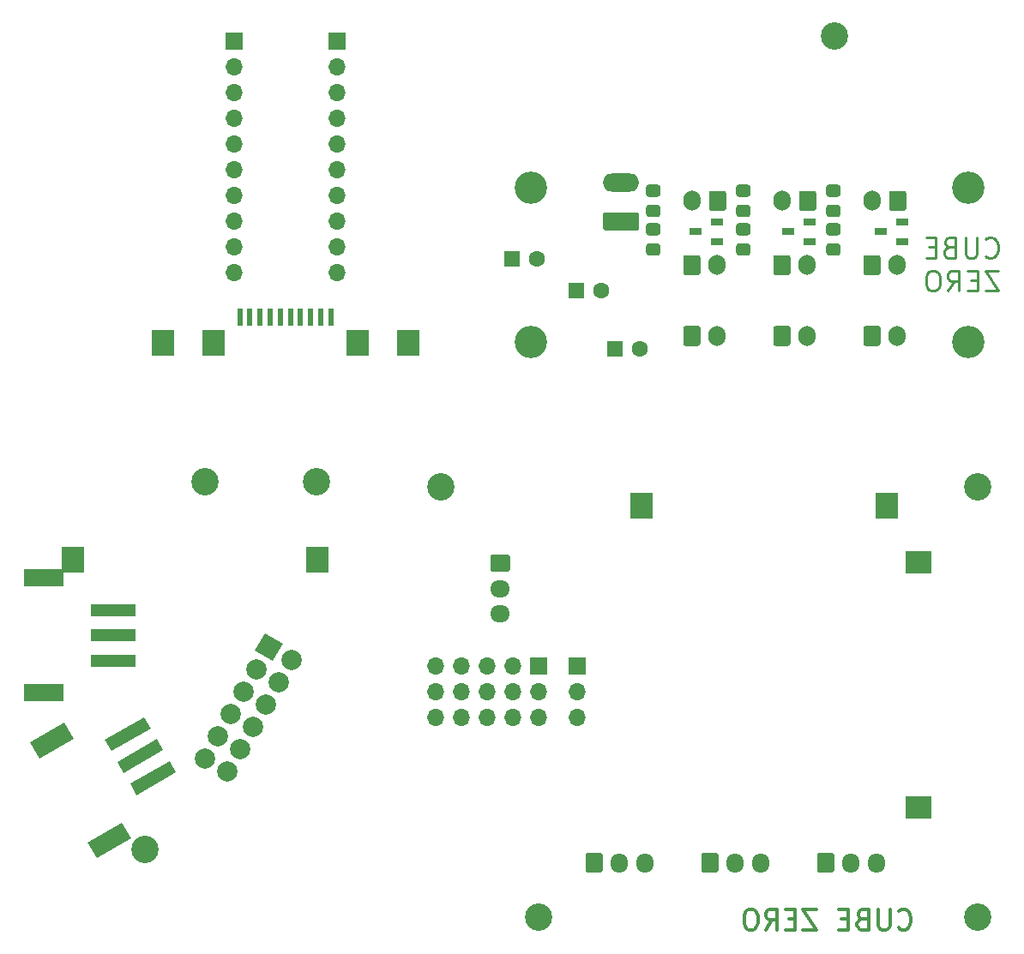
<source format=gbr>
%TF.GenerationSoftware,KiCad,Pcbnew,(5.1.9)-1*%
%TF.CreationDate,2021-02-18T14:59:33+00:00*%
%TF.ProjectId,c-boards_assy_final,632d626f-6172-4647-935f-617373795f66,rev?*%
%TF.SameCoordinates,Original*%
%TF.FileFunction,Soldermask,Bot*%
%TF.FilePolarity,Negative*%
%FSLAX46Y46*%
G04 Gerber Fmt 4.6, Leading zero omitted, Abs format (unit mm)*
G04 Created by KiCad (PCBNEW (5.1.9)-1) date 2021-02-18 14:59:33*
%MOMM*%
%LPD*%
G01*
G04 APERTURE LIST*
%ADD10C,0.300000*%
%ADD11C,0.250000*%
%ADD12R,2.200000X2.500000*%
%ADD13R,2.500000X2.200000*%
%ADD14C,0.100000*%
%ADD15R,4.500000X1.300000*%
%ADD16R,3.900000X1.800000*%
%ADD17C,2.000000*%
%ADD18C,2.700000*%
%ADD19O,1.950000X1.700000*%
%ADD20O,1.700000X1.950000*%
%ADD21R,1.700000X1.700000*%
%ADD22O,1.700000X1.700000*%
%ADD23O,3.600000X1.800000*%
%ADD24C,3.200000*%
%ADD25O,1.700000X2.000000*%
%ADD26C,1.600000*%
%ADD27R,1.600000X1.600000*%
%ADD28R,1.200000X0.650000*%
%ADD29R,0.600000X1.800000*%
G04 APERTURE END LIST*
D10*
X175353952Y-113080285D02*
X175449190Y-113175523D01*
X175734904Y-113270761D01*
X175925380Y-113270761D01*
X176211095Y-113175523D01*
X176401571Y-112985047D01*
X176496809Y-112794571D01*
X176592047Y-112413619D01*
X176592047Y-112127904D01*
X176496809Y-111746952D01*
X176401571Y-111556476D01*
X176211095Y-111366000D01*
X175925380Y-111270761D01*
X175734904Y-111270761D01*
X175449190Y-111366000D01*
X175353952Y-111461238D01*
X174496809Y-111270761D02*
X174496809Y-112889809D01*
X174401571Y-113080285D01*
X174306333Y-113175523D01*
X174115857Y-113270761D01*
X173734904Y-113270761D01*
X173544428Y-113175523D01*
X173449190Y-113080285D01*
X173353952Y-112889809D01*
X173353952Y-111270761D01*
X171734904Y-112223142D02*
X171449190Y-112318380D01*
X171353952Y-112413619D01*
X171258714Y-112604095D01*
X171258714Y-112889809D01*
X171353952Y-113080285D01*
X171449190Y-113175523D01*
X171639666Y-113270761D01*
X172401571Y-113270761D01*
X172401571Y-111270761D01*
X171734904Y-111270761D01*
X171544428Y-111366000D01*
X171449190Y-111461238D01*
X171353952Y-111651714D01*
X171353952Y-111842190D01*
X171449190Y-112032666D01*
X171544428Y-112127904D01*
X171734904Y-112223142D01*
X172401571Y-112223142D01*
X170401571Y-112223142D02*
X169734904Y-112223142D01*
X169449190Y-113270761D02*
X170401571Y-113270761D01*
X170401571Y-111270761D01*
X169449190Y-111270761D01*
X167258714Y-111270761D02*
X165925380Y-111270761D01*
X167258714Y-113270761D01*
X165925380Y-113270761D01*
X165163476Y-112223142D02*
X164496809Y-112223142D01*
X164211095Y-113270761D02*
X165163476Y-113270761D01*
X165163476Y-111270761D01*
X164211095Y-111270761D01*
X162211095Y-113270761D02*
X162877761Y-112318380D01*
X163353952Y-113270761D02*
X163353952Y-111270761D01*
X162592047Y-111270761D01*
X162401571Y-111366000D01*
X162306333Y-111461238D01*
X162211095Y-111651714D01*
X162211095Y-111937428D01*
X162306333Y-112127904D01*
X162401571Y-112223142D01*
X162592047Y-112318380D01*
X163353952Y-112318380D01*
X160973000Y-111270761D02*
X160592047Y-111270761D01*
X160401571Y-111366000D01*
X160211095Y-111556476D01*
X160115857Y-111937428D01*
X160115857Y-112604095D01*
X160211095Y-112985047D01*
X160401571Y-113175523D01*
X160592047Y-113270761D01*
X160973000Y-113270761D01*
X161163476Y-113175523D01*
X161353952Y-112985047D01*
X161449190Y-112604095D01*
X161449190Y-111937428D01*
X161353952Y-111556476D01*
X161163476Y-111366000D01*
X160973000Y-111270761D01*
D11*
X183943333Y-46714285D02*
X184038571Y-46809523D01*
X184324285Y-46904761D01*
X184514761Y-46904761D01*
X184800476Y-46809523D01*
X184990952Y-46619047D01*
X185086190Y-46428571D01*
X185181428Y-46047619D01*
X185181428Y-45761904D01*
X185086190Y-45380952D01*
X184990952Y-45190476D01*
X184800476Y-45000000D01*
X184514761Y-44904761D01*
X184324285Y-44904761D01*
X184038571Y-45000000D01*
X183943333Y-45095238D01*
X183086190Y-44904761D02*
X183086190Y-46523809D01*
X182990952Y-46714285D01*
X182895714Y-46809523D01*
X182705238Y-46904761D01*
X182324285Y-46904761D01*
X182133809Y-46809523D01*
X182038571Y-46714285D01*
X181943333Y-46523809D01*
X181943333Y-44904761D01*
X180324285Y-45857142D02*
X180038571Y-45952380D01*
X179943333Y-46047619D01*
X179848095Y-46238095D01*
X179848095Y-46523809D01*
X179943333Y-46714285D01*
X180038571Y-46809523D01*
X180229047Y-46904761D01*
X180990952Y-46904761D01*
X180990952Y-44904761D01*
X180324285Y-44904761D01*
X180133809Y-45000000D01*
X180038571Y-45095238D01*
X179943333Y-45285714D01*
X179943333Y-45476190D01*
X180038571Y-45666666D01*
X180133809Y-45761904D01*
X180324285Y-45857142D01*
X180990952Y-45857142D01*
X178990952Y-45857142D02*
X178324285Y-45857142D01*
X178038571Y-46904761D02*
X178990952Y-46904761D01*
X178990952Y-44904761D01*
X178038571Y-44904761D01*
X185229047Y-48154761D02*
X183895714Y-48154761D01*
X185229047Y-50154761D01*
X183895714Y-50154761D01*
X183133809Y-49107142D02*
X182467142Y-49107142D01*
X182181428Y-50154761D02*
X183133809Y-50154761D01*
X183133809Y-48154761D01*
X182181428Y-48154761D01*
X180181428Y-50154761D02*
X180848095Y-49202380D01*
X181324285Y-50154761D02*
X181324285Y-48154761D01*
X180562380Y-48154761D01*
X180371904Y-48250000D01*
X180276666Y-48345238D01*
X180181428Y-48535714D01*
X180181428Y-48821428D01*
X180276666Y-49011904D01*
X180371904Y-49107142D01*
X180562380Y-49202380D01*
X181324285Y-49202380D01*
X178943333Y-48154761D02*
X178562380Y-48154761D01*
X178371904Y-48250000D01*
X178181428Y-48440476D01*
X178086190Y-48821428D01*
X178086190Y-49488095D01*
X178181428Y-49869047D01*
X178371904Y-50059523D01*
X178562380Y-50154761D01*
X178943333Y-50154761D01*
X179133809Y-50059523D01*
X179324285Y-49869047D01*
X179419523Y-49488095D01*
X179419523Y-48821428D01*
X179324285Y-48440476D01*
X179133809Y-48250000D01*
X178943333Y-48154761D01*
D12*
%TO.C,J1*%
X174155000Y-71408500D03*
X149955000Y-71408500D03*
%TD*%
%TO.C,J11*%
X117997000Y-76693136D03*
X93797000Y-76693136D03*
%TD*%
D13*
%TO.C,J0*%
X177295000Y-101161500D03*
X177295000Y-76961500D03*
%TD*%
D14*
%TO.C,J13*%
G36*
X104014053Y-97718567D02*
G01*
X100116939Y-99968567D01*
X99466939Y-98842733D01*
X103364053Y-96592733D01*
X104014053Y-97718567D01*
G37*
G36*
X102764053Y-95553503D02*
G01*
X98866939Y-97803503D01*
X98216939Y-96677669D01*
X102114053Y-94427669D01*
X102764053Y-95553503D01*
G37*
G36*
X101514053Y-93388439D02*
G01*
X97616939Y-95638439D01*
X96966939Y-94512605D01*
X100864053Y-92262605D01*
X101514053Y-93388439D01*
G37*
G36*
X99590273Y-104256354D02*
G01*
X96212773Y-106206354D01*
X95312773Y-104647508D01*
X98690273Y-102697508D01*
X99590273Y-104256354D01*
G37*
G36*
X93890273Y-94383664D02*
G01*
X90512773Y-96333664D01*
X89612773Y-94774818D01*
X92990273Y-92824818D01*
X93890273Y-94383664D01*
G37*
%TD*%
D15*
%TO.C,J12*%
X97796999Y-86683136D03*
X97796999Y-84183136D03*
X97796999Y-81683136D03*
D16*
X90996999Y-89883136D03*
X90996999Y-78483136D03*
%TD*%
D17*
%TO.C,J14*%
X109039058Y-97629771D03*
X110309058Y-95430066D03*
X111579058Y-93230362D03*
X112849058Y-91030657D03*
X114119058Y-88830953D03*
X106839353Y-96359771D03*
X108109353Y-94160066D03*
X109379353Y-91960362D03*
X110649353Y-89760657D03*
X111919353Y-87560953D03*
D14*
G36*
X112823328Y-83995223D02*
G01*
X114555378Y-84995223D01*
X113555378Y-86727273D01*
X111823328Y-85727273D01*
X112823328Y-83995223D01*
G37*
D17*
X115389058Y-86631248D03*
%TD*%
D18*
%TO.C,H8*%
X168978000Y-25023000D03*
%TD*%
D19*
%TO.C,J2*%
X136020000Y-82060000D03*
X136020000Y-79560000D03*
G36*
G01*
X135295000Y-76210000D02*
X136745000Y-76210000D01*
G75*
G02*
X136995000Y-76460000I0J-250000D01*
G01*
X136995000Y-77660000D01*
G75*
G02*
X136745000Y-77910000I-250000J0D01*
G01*
X135295000Y-77910000D01*
G75*
G02*
X135045000Y-77660000I0J250000D01*
G01*
X135045000Y-76460000D01*
G75*
G02*
X135295000Y-76210000I250000J0D01*
G01*
G37*
%TD*%
D20*
%TO.C,J6*%
X173151000Y-106651000D03*
X170651000Y-106651000D03*
G36*
G01*
X167301000Y-107376000D02*
X167301000Y-105926000D01*
G75*
G02*
X167551000Y-105676000I250000J0D01*
G01*
X168751000Y-105676000D01*
G75*
G02*
X169001000Y-105926000I0J-250000D01*
G01*
X169001000Y-107376000D01*
G75*
G02*
X168751000Y-107626000I-250000J0D01*
G01*
X167551000Y-107626000D01*
G75*
G02*
X167301000Y-107376000I0J250000D01*
G01*
G37*
%TD*%
%TO.C,J5*%
X161721000Y-106651000D03*
X159221000Y-106651000D03*
G36*
G01*
X155871000Y-107376000D02*
X155871000Y-105926000D01*
G75*
G02*
X156121000Y-105676000I250000J0D01*
G01*
X157321000Y-105676000D01*
G75*
G02*
X157571000Y-105926000I0J-250000D01*
G01*
X157571000Y-107376000D01*
G75*
G02*
X157321000Y-107626000I-250000J0D01*
G01*
X156121000Y-107626000D01*
G75*
G02*
X155871000Y-107376000I0J250000D01*
G01*
G37*
%TD*%
%TO.C,J4*%
X150291000Y-106651000D03*
X147791000Y-106651000D03*
G36*
G01*
X144441000Y-107376000D02*
X144441000Y-105926000D01*
G75*
G02*
X144691000Y-105676000I250000J0D01*
G01*
X145891000Y-105676000D01*
G75*
G02*
X146141000Y-105926000I0J-250000D01*
G01*
X146141000Y-107376000D01*
G75*
G02*
X145891000Y-107626000I-250000J0D01*
G01*
X144691000Y-107626000D01*
G75*
G02*
X144441000Y-107376000I0J250000D01*
G01*
G37*
%TD*%
D18*
%TO.C,H1*%
X100921400Y-105295612D03*
%TD*%
%TO.C,H3*%
X106897000Y-69033136D03*
%TD*%
%TO.C,H2*%
X117897000Y-69033136D03*
%TD*%
%TO.C,H5*%
X139830000Y-111985000D03*
%TD*%
%TO.C,H4*%
X130186002Y-69536000D03*
%TD*%
D21*
%TO.C,JP0*%
X143640000Y-87220000D03*
D22*
X143640000Y-89760000D03*
X143640000Y-92300000D03*
%TD*%
D18*
%TO.C,H7*%
X183186000Y-111985000D03*
%TD*%
D22*
%TO.C,PCB0*%
X134750000Y-92300000D03*
X132210000Y-92300000D03*
X137290000Y-92300000D03*
X139830000Y-92300000D03*
X129670000Y-92300000D03*
X129670000Y-89760000D03*
X132210000Y-89760000D03*
X134750000Y-89760000D03*
X137290000Y-89760000D03*
X139830000Y-89760000D03*
X129670000Y-87220000D03*
X132210000Y-87220000D03*
X134750000Y-87220000D03*
X137290000Y-87220000D03*
D21*
X139830000Y-87220000D03*
%TD*%
D18*
%TO.C,H6*%
X183186000Y-69536000D03*
%TD*%
D23*
%TO.C,J1*%
X147955000Y-39497000D03*
G36*
G01*
X149505000Y-44207000D02*
X146405000Y-44207000D01*
G75*
G02*
X146155000Y-43957000I0J250000D01*
G01*
X146155000Y-42657000D01*
G75*
G02*
X146405000Y-42407000I250000J0D01*
G01*
X149505000Y-42407000D01*
G75*
G02*
X149755000Y-42657000I0J-250000D01*
G01*
X149755000Y-43957000D01*
G75*
G02*
X149505000Y-44207000I-250000J0D01*
G01*
G37*
%TD*%
D24*
%TO.C,H4*%
X182245000Y-55245000D03*
%TD*%
%TO.C,H3*%
X182245000Y-40005000D03*
%TD*%
%TO.C,H2*%
X139065000Y-55245000D03*
%TD*%
%TO.C,H1*%
X139065000Y-40005000D03*
%TD*%
%TO.C,R3*%
G36*
G01*
X159569999Y-39675000D02*
X160470001Y-39675000D01*
G75*
G02*
X160720000Y-39924999I0J-249999D01*
G01*
X160720000Y-40625001D01*
G75*
G02*
X160470001Y-40875000I-249999J0D01*
G01*
X159569999Y-40875000D01*
G75*
G02*
X159320000Y-40625001I0J249999D01*
G01*
X159320000Y-39924999D01*
G75*
G02*
X159569999Y-39675000I249999J0D01*
G01*
G37*
G36*
G01*
X159569999Y-41675000D02*
X160470001Y-41675000D01*
G75*
G02*
X160720000Y-41924999I0J-249999D01*
G01*
X160720000Y-42625001D01*
G75*
G02*
X160470001Y-42875000I-249999J0D01*
G01*
X159569999Y-42875000D01*
G75*
G02*
X159320000Y-42625001I0J249999D01*
G01*
X159320000Y-41924999D01*
G75*
G02*
X159569999Y-41675000I249999J0D01*
G01*
G37*
%TD*%
D25*
%TO.C,J10*%
X175220000Y-47625000D03*
G36*
G01*
X171870000Y-48375000D02*
X171870000Y-46875000D01*
G75*
G02*
X172120000Y-46625000I250000J0D01*
G01*
X173320000Y-46625000D01*
G75*
G02*
X173570000Y-46875000I0J-250000D01*
G01*
X173570000Y-48375000D01*
G75*
G02*
X173320000Y-48625000I-250000J0D01*
G01*
X172120000Y-48625000D01*
G75*
G02*
X171870000Y-48375000I0J250000D01*
G01*
G37*
%TD*%
%TO.C,J7*%
X166330000Y-47625000D03*
G36*
G01*
X162980000Y-48375000D02*
X162980000Y-46875000D01*
G75*
G02*
X163230000Y-46625000I250000J0D01*
G01*
X164430000Y-46625000D01*
G75*
G02*
X164680000Y-46875000I0J-250000D01*
G01*
X164680000Y-48375000D01*
G75*
G02*
X164430000Y-48625000I-250000J0D01*
G01*
X163230000Y-48625000D01*
G75*
G02*
X162980000Y-48375000I0J250000D01*
G01*
G37*
%TD*%
%TO.C,J4*%
X157440000Y-54610000D03*
G36*
G01*
X154090000Y-55360000D02*
X154090000Y-53860000D01*
G75*
G02*
X154340000Y-53610000I250000J0D01*
G01*
X155540000Y-53610000D01*
G75*
G02*
X155790000Y-53860000I0J-250000D01*
G01*
X155790000Y-55360000D01*
G75*
G02*
X155540000Y-55610000I-250000J0D01*
G01*
X154340000Y-55610000D01*
G75*
G02*
X154090000Y-55360000I0J250000D01*
G01*
G37*
%TD*%
D26*
%TO.C,C3*%
X149820000Y-55880000D03*
D27*
X147320000Y-55880000D03*
%TD*%
D26*
%TO.C,C2*%
X146010000Y-50165000D03*
D27*
X143510000Y-50165000D03*
%TD*%
D26*
%TO.C,C1*%
X139660000Y-46990000D03*
D27*
X137160000Y-46990000D03*
%TD*%
%TO.C,R6*%
G36*
G01*
X168459999Y-43485000D02*
X169360001Y-43485000D01*
G75*
G02*
X169610000Y-43734999I0J-249999D01*
G01*
X169610000Y-44435001D01*
G75*
G02*
X169360001Y-44685000I-249999J0D01*
G01*
X168459999Y-44685000D01*
G75*
G02*
X168210000Y-44435001I0J249999D01*
G01*
X168210000Y-43734999D01*
G75*
G02*
X168459999Y-43485000I249999J0D01*
G01*
G37*
G36*
G01*
X168459999Y-45485000D02*
X169360001Y-45485000D01*
G75*
G02*
X169610000Y-45734999I0J-249999D01*
G01*
X169610000Y-46435001D01*
G75*
G02*
X169360001Y-46685000I-249999J0D01*
G01*
X168459999Y-46685000D01*
G75*
G02*
X168210000Y-46435001I0J249999D01*
G01*
X168210000Y-45734999D01*
G75*
G02*
X168459999Y-45485000I249999J0D01*
G01*
G37*
%TD*%
%TO.C,R5*%
G36*
G01*
X168459999Y-39675000D02*
X169360001Y-39675000D01*
G75*
G02*
X169610000Y-39924999I0J-249999D01*
G01*
X169610000Y-40625001D01*
G75*
G02*
X169360001Y-40875000I-249999J0D01*
G01*
X168459999Y-40875000D01*
G75*
G02*
X168210000Y-40625001I0J249999D01*
G01*
X168210000Y-39924999D01*
G75*
G02*
X168459999Y-39675000I249999J0D01*
G01*
G37*
G36*
G01*
X168459999Y-41675000D02*
X169360001Y-41675000D01*
G75*
G02*
X169610000Y-41924999I0J-249999D01*
G01*
X169610000Y-42625001D01*
G75*
G02*
X169360001Y-42875000I-249999J0D01*
G01*
X168459999Y-42875000D01*
G75*
G02*
X168210000Y-42625001I0J249999D01*
G01*
X168210000Y-41924999D01*
G75*
G02*
X168459999Y-41675000I249999J0D01*
G01*
G37*
%TD*%
%TO.C,R4*%
G36*
G01*
X159569999Y-43485000D02*
X160470001Y-43485000D01*
G75*
G02*
X160720000Y-43734999I0J-249999D01*
G01*
X160720000Y-44435001D01*
G75*
G02*
X160470001Y-44685000I-249999J0D01*
G01*
X159569999Y-44685000D01*
G75*
G02*
X159320000Y-44435001I0J249999D01*
G01*
X159320000Y-43734999D01*
G75*
G02*
X159569999Y-43485000I249999J0D01*
G01*
G37*
G36*
G01*
X159569999Y-45485000D02*
X160470001Y-45485000D01*
G75*
G02*
X160720000Y-45734999I0J-249999D01*
G01*
X160720000Y-46435001D01*
G75*
G02*
X160470001Y-46685000I-249999J0D01*
G01*
X159569999Y-46685000D01*
G75*
G02*
X159320000Y-46435001I0J249999D01*
G01*
X159320000Y-45734999D01*
G75*
G02*
X159569999Y-45485000I249999J0D01*
G01*
G37*
%TD*%
%TO.C,R2*%
G36*
G01*
X150679999Y-43485000D02*
X151580001Y-43485000D01*
G75*
G02*
X151830000Y-43734999I0J-249999D01*
G01*
X151830000Y-44435001D01*
G75*
G02*
X151580001Y-44685000I-249999J0D01*
G01*
X150679999Y-44685000D01*
G75*
G02*
X150430000Y-44435001I0J249999D01*
G01*
X150430000Y-43734999D01*
G75*
G02*
X150679999Y-43485000I249999J0D01*
G01*
G37*
G36*
G01*
X150679999Y-45485000D02*
X151580001Y-45485000D01*
G75*
G02*
X151830000Y-45734999I0J-249999D01*
G01*
X151830000Y-46435001D01*
G75*
G02*
X151580001Y-46685000I-249999J0D01*
G01*
X150679999Y-46685000D01*
G75*
G02*
X150430000Y-46435001I0J249999D01*
G01*
X150430000Y-45734999D01*
G75*
G02*
X150679999Y-45485000I249999J0D01*
G01*
G37*
%TD*%
%TO.C,R1*%
G36*
G01*
X150679999Y-39675000D02*
X151580001Y-39675000D01*
G75*
G02*
X151830000Y-39924999I0J-249999D01*
G01*
X151830000Y-40625001D01*
G75*
G02*
X151580001Y-40875000I-249999J0D01*
G01*
X150679999Y-40875000D01*
G75*
G02*
X150430000Y-40625001I0J249999D01*
G01*
X150430000Y-39924999D01*
G75*
G02*
X150679999Y-39675000I249999J0D01*
G01*
G37*
G36*
G01*
X150679999Y-41675000D02*
X151580001Y-41675000D01*
G75*
G02*
X151830000Y-41924999I0J-249999D01*
G01*
X151830000Y-42625001D01*
G75*
G02*
X151580001Y-42875000I-249999J0D01*
G01*
X150679999Y-42875000D01*
G75*
G02*
X150430000Y-42625001I0J249999D01*
G01*
X150430000Y-41924999D01*
G75*
G02*
X150679999Y-41675000I249999J0D01*
G01*
G37*
%TD*%
D28*
%TO.C,Q3*%
X173575000Y-44323000D03*
X175675000Y-45283000D03*
X175675000Y-43363000D03*
%TD*%
%TO.C,Q2*%
X164431000Y-44323000D03*
X166531000Y-45283000D03*
X166531000Y-43363000D03*
%TD*%
%TO.C,Q1*%
X155287000Y-44323000D03*
X157387000Y-45283000D03*
X157387000Y-43363000D03*
%TD*%
D25*
%TO.C,J9*%
X175220000Y-54610000D03*
G36*
G01*
X171870000Y-55360000D02*
X171870000Y-53860000D01*
G75*
G02*
X172120000Y-53610000I250000J0D01*
G01*
X173320000Y-53610000D01*
G75*
G02*
X173570000Y-53860000I0J-250000D01*
G01*
X173570000Y-55360000D01*
G75*
G02*
X173320000Y-55610000I-250000J0D01*
G01*
X172120000Y-55610000D01*
G75*
G02*
X171870000Y-55360000I0J250000D01*
G01*
G37*
%TD*%
%TO.C,J8*%
X172760000Y-41275000D03*
G36*
G01*
X176110000Y-40525000D02*
X176110000Y-42025000D01*
G75*
G02*
X175860000Y-42275000I-250000J0D01*
G01*
X174660000Y-42275000D01*
G75*
G02*
X174410000Y-42025000I0J250000D01*
G01*
X174410000Y-40525000D01*
G75*
G02*
X174660000Y-40275000I250000J0D01*
G01*
X175860000Y-40275000D01*
G75*
G02*
X176110000Y-40525000I0J-250000D01*
G01*
G37*
%TD*%
%TO.C,J6*%
X166330000Y-54610000D03*
G36*
G01*
X162980000Y-55360000D02*
X162980000Y-53860000D01*
G75*
G02*
X163230000Y-53610000I250000J0D01*
G01*
X164430000Y-53610000D01*
G75*
G02*
X164680000Y-53860000I0J-250000D01*
G01*
X164680000Y-55360000D01*
G75*
G02*
X164430000Y-55610000I-250000J0D01*
G01*
X163230000Y-55610000D01*
G75*
G02*
X162980000Y-55360000I0J250000D01*
G01*
G37*
%TD*%
%TO.C,J5*%
X163870000Y-41275000D03*
G36*
G01*
X167220000Y-40525000D02*
X167220000Y-42025000D01*
G75*
G02*
X166970000Y-42275000I-250000J0D01*
G01*
X165770000Y-42275000D01*
G75*
G02*
X165520000Y-42025000I0J250000D01*
G01*
X165520000Y-40525000D01*
G75*
G02*
X165770000Y-40275000I250000J0D01*
G01*
X166970000Y-40275000D01*
G75*
G02*
X167220000Y-40525000I0J-250000D01*
G01*
G37*
%TD*%
%TO.C,J3*%
X157440000Y-47625000D03*
G36*
G01*
X154090000Y-48375000D02*
X154090000Y-46875000D01*
G75*
G02*
X154340000Y-46625000I250000J0D01*
G01*
X155540000Y-46625000D01*
G75*
G02*
X155790000Y-46875000I0J-250000D01*
G01*
X155790000Y-48375000D01*
G75*
G02*
X155540000Y-48625000I-250000J0D01*
G01*
X154340000Y-48625000D01*
G75*
G02*
X154090000Y-48375000I0J250000D01*
G01*
G37*
%TD*%
%TO.C,J2*%
X154980000Y-41275000D03*
G36*
G01*
X158330000Y-40525000D02*
X158330000Y-42025000D01*
G75*
G02*
X158080000Y-42275000I-250000J0D01*
G01*
X156880000Y-42275000D01*
G75*
G02*
X156630000Y-42025000I0J250000D01*
G01*
X156630000Y-40525000D01*
G75*
G02*
X156880000Y-40275000I250000J0D01*
G01*
X158080000Y-40275000D01*
G75*
G02*
X158330000Y-40525000I0J-250000D01*
G01*
G37*
%TD*%
D22*
%TO.C,ax17*%
X109773000Y-48317000D03*
X109773000Y-45777000D03*
X109773000Y-43237000D03*
X109773000Y-40697000D03*
X109773000Y-38157000D03*
X109773000Y-35617000D03*
X109773000Y-33077000D03*
X109773000Y-30537000D03*
X109773000Y-27997000D03*
D21*
X109773000Y-25457000D03*
%TD*%
D22*
%TO.C,ax13*%
X119933000Y-48317000D03*
X119933000Y-45777000D03*
X119933000Y-43237000D03*
X119933000Y-40697000D03*
X119933000Y-38157000D03*
X119933000Y-35617000D03*
X119933000Y-33077000D03*
X119933000Y-30537000D03*
X119933000Y-27997000D03*
D21*
X119933000Y-25457000D03*
%TD*%
D29*
%TO.C,ax16*%
X119305000Y-52790000D03*
X118305000Y-52790000D03*
X117305000Y-52790000D03*
X116305000Y-52790000D03*
X115305000Y-52790000D03*
X114305000Y-52790000D03*
X113305000Y-52790000D03*
X112305000Y-52790000D03*
X111305000Y-52790000D03*
X110305000Y-52790000D03*
D12*
X121905000Y-55330000D03*
X107705000Y-55330000D03*
%TD*%
%TO.C,ax15*%
X102705000Y-55330000D03*
X126905000Y-55330000D03*
%TD*%
M02*

</source>
